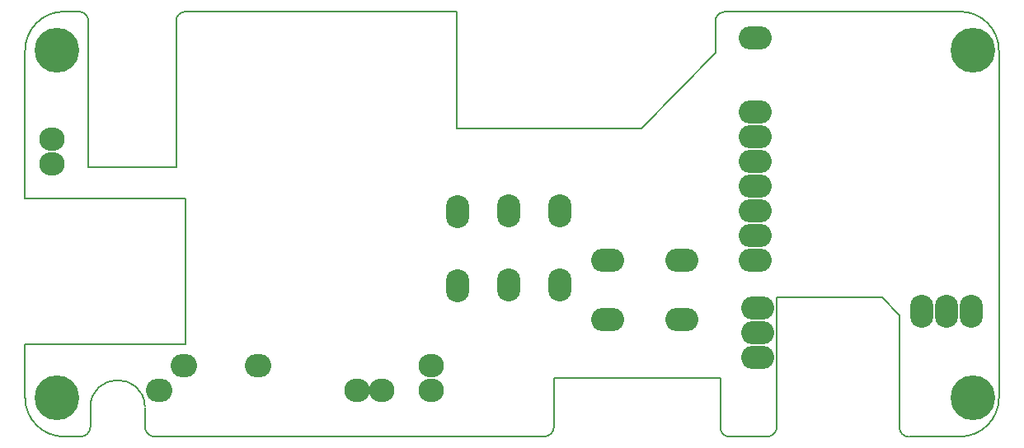
<source format=gbs>
%TF.GenerationSoftware,KiCad,Pcbnew,(5.0.0)*%
%TF.CreationDate,2019-07-02T00:18:45+02:00*%
%TF.ProjectId,Gnu vario V1.9,476E7520766172696F2056312E392E6B,V 1.4*%
%TF.SameCoordinates,Original*%
%TF.FileFunction,Soldermask,Bot*%
%TF.FilePolarity,Negative*%
%FSLAX46Y46*%
G04 Gerber Fmt 4.6, Leading zero omitted, Abs format (unit mm)*
G04 Created by KiCad (PCBNEW (5.0.0)) date 07/02/19 00:18:45*
%MOMM*%
%LPD*%
G01*
G04 APERTURE LIST*
%ADD10C,0.150000*%
%ADD11O,2.600000X2.400000*%
%ADD12C,4.600000*%
%ADD13O,2.700000X2.400000*%
%ADD14O,3.400000X2.400000*%
%ADD15O,2.400000X3.400000*%
G04 APERTURE END LIST*
D10*
X162700000Y-95300000D02*
X173500000Y-95300000D01*
X162700000Y-108600000D02*
G75*
G02X161700000Y-109600000I-1000000J0D01*
G01*
X176200000Y-109600000D02*
G75*
G02X175300000Y-108700000I0J900000D01*
G01*
X175300000Y-97100000D02*
X175300000Y-108800000D01*
X173500000Y-95300000D02*
X175300000Y-97100000D01*
X162700000Y-95300000D02*
X162700000Y-108600000D01*
X157800000Y-109600000D02*
G75*
G02X156900000Y-108700000I0J900000D01*
G01*
X85500000Y-69900000D02*
X85500000Y-85100000D01*
X102000000Y-100100000D02*
X85500000Y-100100000D01*
X102000000Y-85100000D02*
X102000000Y-100100000D01*
X101000000Y-85100000D02*
X102000000Y-85100000D01*
X101000000Y-85100000D02*
X85500000Y-85100000D01*
X148800000Y-77900000D02*
X156400000Y-70100000D01*
X129800000Y-77900000D02*
X148800000Y-77900000D01*
X129800000Y-65900000D02*
X129800000Y-77900000D01*
X157800000Y-109600000D02*
X161700000Y-109600000D01*
X175700000Y-65900000D02*
X162400000Y-65900000D01*
X162400000Y-65900000D02*
X157400000Y-65900000D01*
X156402857Y-66600886D02*
G75*
G02X157400000Y-65900000I952331J-295115D01*
G01*
X156400000Y-66600000D02*
X156400000Y-70100000D01*
X98800000Y-109600000D02*
G75*
G02X97800000Y-108600000I0J1000000D01*
G01*
X92198215Y-108600000D02*
G75*
G02X91198215Y-109600000I-1000000J0D01*
G01*
X92198215Y-106600000D02*
G75*
G02X97800000Y-106500000I2801785J0D01*
G01*
X97800000Y-108600000D02*
X97800000Y-106600000D01*
X92198215Y-108600000D02*
X92198215Y-106600000D01*
X139800000Y-108600000D02*
G75*
G02X138800000Y-109600000I-1000000J0D01*
G01*
X101000000Y-66900000D02*
G75*
G02X102000000Y-65900000I1000000J0D01*
G01*
X91000000Y-65900000D02*
G75*
G02X92000000Y-66900000I0J-1000000D01*
G01*
X85500000Y-69900000D02*
G75*
G02X89500000Y-65900000I4000000J0D01*
G01*
X89500000Y-109600000D02*
G75*
G02X85500000Y-105600000I0J4000000D01*
G01*
X185500000Y-105600000D02*
G75*
G02X181500000Y-109600000I-4000000J0D01*
G01*
X181500000Y-65900000D02*
G75*
G02X185500000Y-69900000I0J-4000000D01*
G01*
X156900000Y-103600000D02*
X139800000Y-103600000D01*
X139800000Y-103600000D02*
X139800000Y-108600000D01*
X156900000Y-108700000D02*
X156900000Y-103600000D01*
X138800000Y-109600000D02*
X98800000Y-109600000D01*
X181500000Y-109600000D02*
X176300000Y-109600000D01*
X185500000Y-69900000D02*
X185500000Y-105600000D01*
X175700000Y-65900000D02*
X181500000Y-65900000D01*
X102000000Y-65900000D02*
X129800000Y-65900000D01*
X101000000Y-81900000D02*
X101000000Y-66900000D01*
X92000000Y-81900000D02*
X101000000Y-81900000D01*
X92000000Y-66900000D02*
X92000000Y-81900000D01*
X89500000Y-65900000D02*
X91000000Y-65900000D01*
X85500000Y-105600000D02*
X85500000Y-100100000D01*
X91200000Y-109600000D02*
X89500000Y-109600000D01*
D11*
X88260000Y-81580000D03*
X88260000Y-79040000D03*
D12*
X88800000Y-105600000D03*
X88800000Y-69900000D03*
X182800000Y-69900000D03*
X182800000Y-105600000D03*
D11*
X127184546Y-102334532D03*
X127184546Y-104874532D03*
D13*
X99244546Y-104884532D03*
D11*
X122104546Y-104874532D03*
X119564546Y-104874532D03*
D13*
X109404546Y-102334532D03*
X101784546Y-102334532D03*
D14*
X160700000Y-96420000D03*
X160700000Y-101500000D03*
X160700000Y-98960000D03*
X152950000Y-97570000D03*
X145330000Y-97570000D03*
X152950000Y-91510000D03*
X145330000Y-91510000D03*
D15*
X140390000Y-94040000D03*
X140390000Y-86420000D03*
X135130000Y-94040000D03*
X135130000Y-86420000D03*
X129890000Y-94070000D03*
X129890000Y-86450000D03*
X177580000Y-96740000D03*
X180120000Y-96740000D03*
X182660000Y-96740000D03*
D14*
X160500000Y-91500000D03*
X160500000Y-88960000D03*
X160500000Y-86420000D03*
X160500000Y-83880000D03*
X160500000Y-76260000D03*
X160500000Y-81340000D03*
X160500000Y-78800000D03*
X160500000Y-68640000D03*
M02*

</source>
